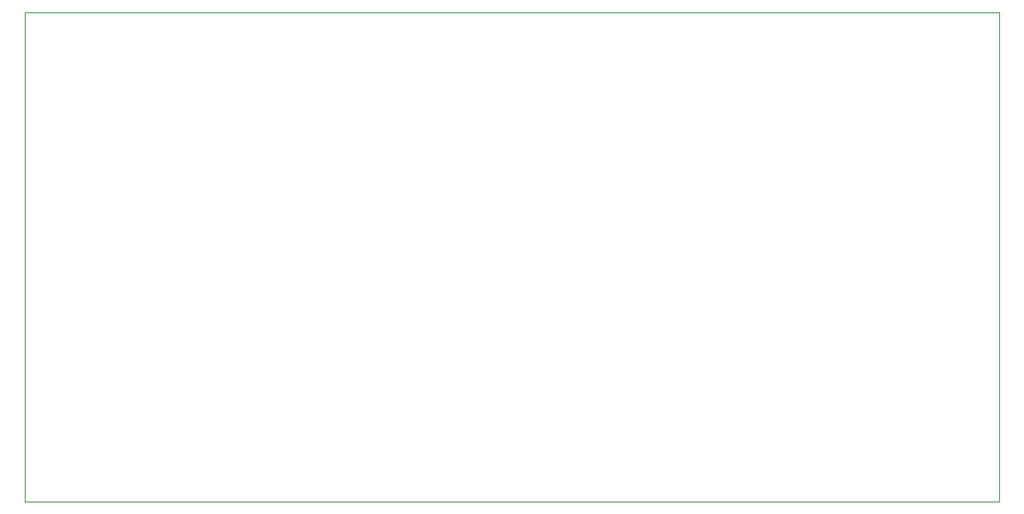
<source format=gbr>
%TF.GenerationSoftware,KiCad,Pcbnew,8.0.0*%
%TF.CreationDate,2024-03-11T16:38:21+11:00*%
%TF.ProjectId,split-flap-units,73706c69-742d-4666-9c61-702d756e6974,rev?*%
%TF.SameCoordinates,Original*%
%TF.FileFunction,Profile,NP*%
%FSLAX46Y46*%
G04 Gerber Fmt 4.6, Leading zero omitted, Abs format (unit mm)*
G04 Created by KiCad (PCBNEW 8.0.0) date 2024-03-11 16:38:21*
%MOMM*%
%LPD*%
G01*
G04 APERTURE LIST*
%TA.AperFunction,Profile*%
%ADD10C,0.100000*%
%TD*%
G04 APERTURE END LIST*
D10*
X79394000Y-78529000D02*
X179194000Y-78529000D01*
X179194000Y-128628000D01*
X79394000Y-128628000D01*
X79394000Y-78529000D01*
M02*

</source>
